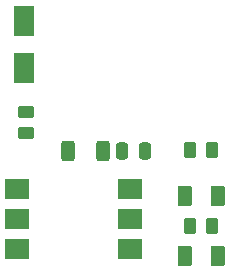
<source format=gbr>
%TF.GenerationSoftware,KiCad,Pcbnew,7.0.10-7.0.10~ubuntu20.04.1*%
%TF.CreationDate,2024-01-20T13:36:00-08:00*%
%TF.ProjectId,beambreak,6265616d-6272-4656-916b-2e6b69636164,rev?*%
%TF.SameCoordinates,Original*%
%TF.FileFunction,Paste,Top*%
%TF.FilePolarity,Positive*%
%FSLAX46Y46*%
G04 Gerber Fmt 4.6, Leading zero omitted, Abs format (unit mm)*
G04 Created by KiCad (PCBNEW 7.0.10-7.0.10~ubuntu20.04.1) date 2024-01-20 13:36:00*
%MOMM*%
%LPD*%
G01*
G04 APERTURE LIST*
G04 Aperture macros list*
%AMRoundRect*
0 Rectangle with rounded corners*
0 $1 Rounding radius*
0 $2 $3 $4 $5 $6 $7 $8 $9 X,Y pos of 4 corners*
0 Add a 4 corners polygon primitive as box body*
4,1,4,$2,$3,$4,$5,$6,$7,$8,$9,$2,$3,0*
0 Add four circle primitives for the rounded corners*
1,1,$1+$1,$2,$3*
1,1,$1+$1,$4,$5*
1,1,$1+$1,$6,$7*
1,1,$1+$1,$8,$9*
0 Add four rect primitives between the rounded corners*
20,1,$1+$1,$2,$3,$4,$5,0*
20,1,$1+$1,$4,$5,$6,$7,0*
20,1,$1+$1,$6,$7,$8,$9,0*
20,1,$1+$1,$8,$9,$2,$3,0*%
G04 Aperture macros list end*
%ADD10RoundRect,0.250000X0.375000X0.625000X-0.375000X0.625000X-0.375000X-0.625000X0.375000X-0.625000X0*%
%ADD11RoundRect,0.250000X-0.312500X-0.625000X0.312500X-0.625000X0.312500X0.625000X-0.312500X0.625000X0*%
%ADD12RoundRect,0.250000X-0.250000X-0.475000X0.250000X-0.475000X0.250000X0.475000X-0.250000X0.475000X0*%
%ADD13RoundRect,0.250000X-0.262500X-0.450000X0.262500X-0.450000X0.262500X0.450000X-0.262500X0.450000X0*%
%ADD14RoundRect,0.250000X-0.450000X0.262500X-0.450000X-0.262500X0.450000X-0.262500X0.450000X0.262500X0*%
%ADD15R,2.000000X1.780000*%
%ADD16R,1.800000X2.500000*%
G04 APERTURE END LIST*
D10*
%TO.C,D3*%
X141100000Y-99695000D03*
X138300000Y-99695000D03*
%TD*%
D11*
%TO.C,R4*%
X128458500Y-95885000D03*
X131383500Y-95885000D03*
%TD*%
D10*
%TO.C,D1*%
X141100000Y-104775000D03*
X138300000Y-104775000D03*
%TD*%
D12*
%TO.C,C1*%
X133035000Y-95885000D03*
X134935000Y-95885000D03*
%TD*%
D13*
%TO.C,R1*%
X138787500Y-102235000D03*
X140612500Y-102235000D03*
%TD*%
D14*
%TO.C,R2*%
X124841000Y-92559500D03*
X124841000Y-94384500D03*
%TD*%
D15*
%TO.C,U1*%
X124140000Y-99060000D03*
X124140000Y-101600000D03*
X124140000Y-104140000D03*
X133670000Y-104140000D03*
X133670000Y-101600000D03*
X133670000Y-99060000D03*
%TD*%
D16*
%TO.C,D2*%
X124714000Y-88868000D03*
X124714000Y-84868000D03*
%TD*%
D13*
%TO.C,R3*%
X138787500Y-95758000D03*
X140612500Y-95758000D03*
%TD*%
M02*

</source>
